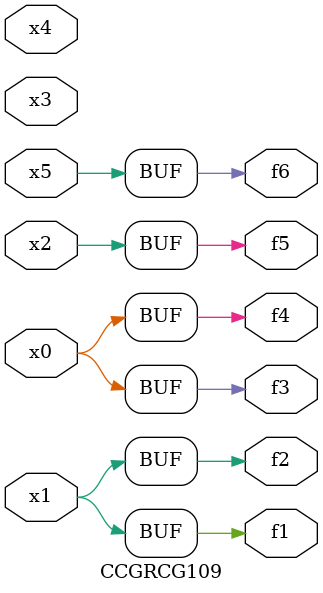
<source format=v>
module CCGRCG109(
	input x0, x1, x2, x3, x4, x5,
	output f1, f2, f3, f4, f5, f6
);
	assign f1 = x1;
	assign f2 = x1;
	assign f3 = x0;
	assign f4 = x0;
	assign f5 = x2;
	assign f6 = x5;
endmodule

</source>
